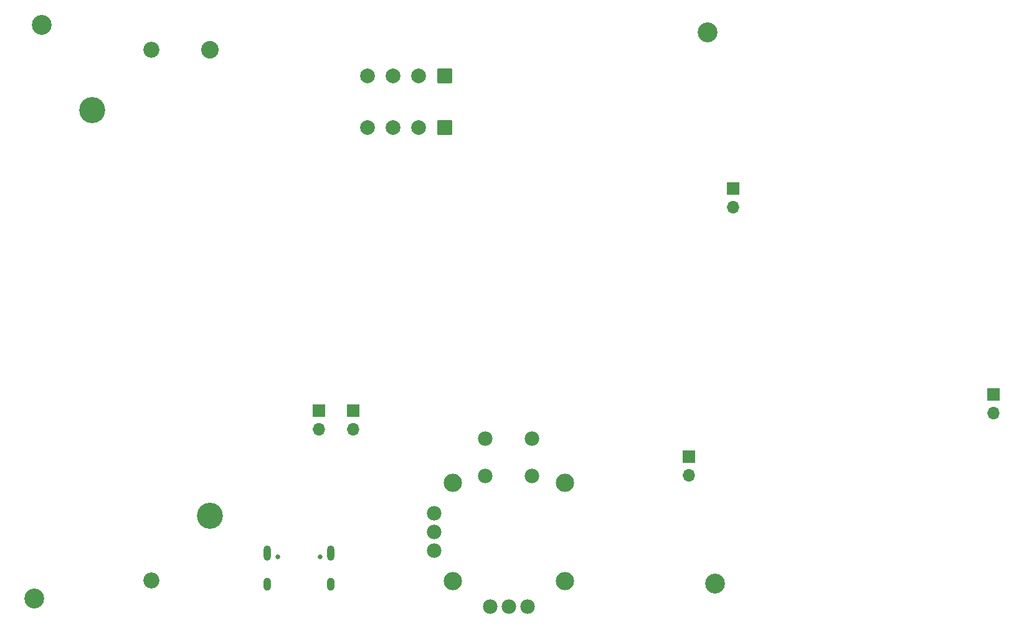
<source format=gbr>
%TF.GenerationSoftware,KiCad,Pcbnew,8.0.0*%
%TF.CreationDate,2024-04-27T18:31:45+01:00*%
%TF.ProjectId,StepUp,53746570-5570-42e6-9b69-6361645f7063,rev?*%
%TF.SameCoordinates,Original*%
%TF.FileFunction,Soldermask,Bot*%
%TF.FilePolarity,Negative*%
%FSLAX46Y46*%
G04 Gerber Fmt 4.6, Leading zero omitted, Abs format (unit mm)*
G04 Created by KiCad (PCBNEW 8.0.0) date 2024-04-27 18:31:45*
%MOMM*%
%LPD*%
G01*
G04 APERTURE LIST*
G04 Aperture macros list*
%AMRoundRect*
0 Rectangle with rounded corners*
0 $1 Rounding radius*
0 $2 $3 $4 $5 $6 $7 $8 $9 X,Y pos of 4 corners*
0 Add a 4 corners polygon primitive as box body*
4,1,4,$2,$3,$4,$5,$6,$7,$8,$9,$2,$3,0*
0 Add four circle primitives for the rounded corners*
1,1,$1+$1,$2,$3*
1,1,$1+$1,$4,$5*
1,1,$1+$1,$6,$7*
1,1,$1+$1,$8,$9*
0 Add four rect primitives between the rounded corners*
20,1,$1+$1,$2,$3,$4,$5,0*
20,1,$1+$1,$4,$5,$6,$7,0*
20,1,$1+$1,$6,$7,$8,$9,0*
20,1,$1+$1,$8,$9,$2,$3,0*%
G04 Aperture macros list end*
%ADD10RoundRect,0.102000X0.900000X0.900000X-0.900000X0.900000X-0.900000X-0.900000X0.900000X-0.900000X0*%
%ADD11C,2.004000*%
%ADD12C,3.550000*%
%ADD13C,2.390000*%
%ADD14C,2.184000*%
%ADD15R,1.700000X1.700000*%
%ADD16O,1.700000X1.700000*%
%ADD17C,2.700000*%
%ADD18C,1.982000*%
%ADD19C,2.490000*%
%ADD20C,0.650000*%
%ADD21O,1.000000X2.100000*%
%ADD22O,1.000000X1.800000*%
G04 APERTURE END LIST*
D10*
%TO.C,J3*%
X144250000Y-79437500D03*
D11*
X140750000Y-79437500D03*
X137250000Y-79437500D03*
X133750000Y-79437500D03*
D10*
X144250000Y-72437500D03*
D11*
X140750000Y-72437500D03*
X137250000Y-72437500D03*
X133750000Y-72437500D03*
%TD*%
D12*
%TO.C,BT1*%
X112390000Y-132290000D03*
X96390000Y-77090000D03*
D13*
X112390000Y-68890000D03*
D14*
X104390000Y-141110000D03*
X104390000Y-68890000D03*
%TD*%
D15*
%TO.C,J1*%
X183500000Y-87730000D03*
D16*
X183500000Y-90270000D03*
%TD*%
D17*
%TO.C,H1*%
X89500000Y-65500000D03*
%TD*%
D18*
%TO.C,U8*%
X149825000Y-121800000D03*
X156175000Y-121800000D03*
X149825000Y-126880000D03*
X156175000Y-126880000D03*
X150460000Y-144660000D03*
X153000000Y-144660000D03*
X155540000Y-144660000D03*
D19*
X145380000Y-127832500D03*
X145380000Y-141167500D03*
X160620000Y-141167500D03*
X160620000Y-127832500D03*
D18*
X142840000Y-131960000D03*
X142840000Y-134500000D03*
X142840000Y-137040000D03*
%TD*%
D15*
%TO.C,J4*%
X127150000Y-118000000D03*
D16*
X127150000Y-120540000D03*
%TD*%
D20*
%TO.C,J8*%
X121610000Y-137895000D03*
X127390000Y-137895000D03*
D21*
X120180000Y-137395000D03*
D22*
X120180000Y-141575000D03*
D21*
X128820000Y-137395000D03*
D22*
X128820000Y-141575000D03*
%TD*%
D17*
%TO.C,H2*%
X88500000Y-143500000D03*
%TD*%
D15*
%TO.C,J7*%
X177500000Y-124225000D03*
D16*
X177500000Y-126765000D03*
%TD*%
D15*
%TO.C,J5*%
X131800000Y-118000000D03*
D16*
X131800000Y-120540000D03*
%TD*%
D17*
%TO.C,H4*%
X181000000Y-141500000D03*
%TD*%
D15*
%TO.C,J2*%
X218865000Y-115790000D03*
D16*
X218865000Y-118330000D03*
%TD*%
D17*
%TO.C,H3*%
X180000000Y-66500000D03*
%TD*%
M02*

</source>
